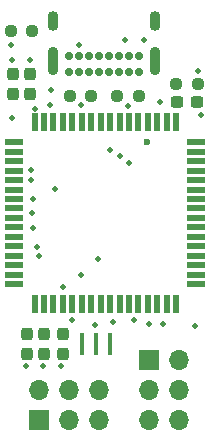
<source format=gts>
G04 #@! TF.GenerationSoftware,KiCad,Pcbnew,8.0.3*
G04 #@! TF.CreationDate,2024-06-18T14:47:19-04:00*
G04 #@! TF.ProjectId,SoarerMax,536f6172-6572-44d6-9178-2e6b69636164,rev?*
G04 #@! TF.SameCoordinates,Original*
G04 #@! TF.FileFunction,Soldermask,Top*
G04 #@! TF.FilePolarity,Negative*
%FSLAX46Y46*%
G04 Gerber Fmt 4.6, Leading zero omitted, Abs format (unit mm)*
G04 Created by KiCad (PCBNEW 8.0.3) date 2024-06-18 14:47:19*
%MOMM*%
%LPD*%
G01*
G04 APERTURE LIST*
G04 Aperture macros list*
%AMRoundRect*
0 Rectangle with rounded corners*
0 $1 Rounding radius*
0 $2 $3 $4 $5 $6 $7 $8 $9 X,Y pos of 4 corners*
0 Add a 4 corners polygon primitive as box body*
4,1,4,$2,$3,$4,$5,$6,$7,$8,$9,$2,$3,0*
0 Add four circle primitives for the rounded corners*
1,1,$1+$1,$2,$3*
1,1,$1+$1,$4,$5*
1,1,$1+$1,$6,$7*
1,1,$1+$1,$8,$9*
0 Add four rect primitives between the rounded corners*
20,1,$1+$1,$2,$3,$4,$5,0*
20,1,$1+$1,$4,$5,$6,$7,0*
20,1,$1+$1,$6,$7,$8,$9,0*
20,1,$1+$1,$8,$9,$2,$3,0*%
G04 Aperture macros list end*
%ADD10RoundRect,0.237500X0.250000X0.237500X-0.250000X0.237500X-0.250000X-0.237500X0.250000X-0.237500X0*%
%ADD11C,0.700000*%
%ADD12O,0.900000X2.400000*%
%ADD13O,0.900000X1.700000*%
%ADD14RoundRect,0.237500X0.300000X0.237500X-0.300000X0.237500X-0.300000X-0.237500X0.300000X-0.237500X0*%
%ADD15R,0.400000X1.900000*%
%ADD16RoundRect,0.237500X-0.237500X0.300000X-0.237500X-0.300000X0.237500X-0.300000X0.237500X0.300000X0*%
%ADD17RoundRect,0.237500X0.237500X-0.300000X0.237500X0.300000X-0.237500X0.300000X-0.237500X-0.300000X0*%
%ADD18R,1.700000X1.700000*%
%ADD19O,1.700000X1.700000*%
%ADD20R,1.500000X0.550000*%
%ADD21R,0.550000X1.500000*%
%ADD22RoundRect,0.237500X-0.250000X-0.237500X0.250000X-0.237500X0.250000X0.237500X-0.250000X0.237500X0*%
%ADD23C,0.600000*%
%ADD24C,0.500000*%
G04 APERTURE END LIST*
D10*
X147912500Y-89000000D03*
X146087500Y-89000000D03*
X142912500Y-83500000D03*
X141087500Y-83500000D03*
D11*
X151975000Y-87025000D03*
X151125000Y-87025000D03*
X150275000Y-87025000D03*
X149425000Y-87025000D03*
X148575000Y-87025000D03*
X147725000Y-87025000D03*
X146875000Y-87025000D03*
X146025000Y-87025000D03*
X146025000Y-85675000D03*
X146875000Y-85675000D03*
X147725000Y-85675000D03*
X148575000Y-85675000D03*
X149425000Y-85675000D03*
X150275000Y-85675000D03*
X151125000Y-85675000D03*
X151975000Y-85675000D03*
D12*
X153325000Y-86045000D03*
D13*
X153325000Y-82665000D03*
D12*
X144675000Y-86045000D03*
D13*
X144675000Y-82665000D03*
D14*
X156862500Y-89500000D03*
X155137500Y-89500000D03*
D15*
X149500000Y-110000000D03*
X148300000Y-110000000D03*
X147100000Y-110000000D03*
D16*
X142750000Y-87137500D03*
X142750000Y-88862500D03*
D17*
X145500000Y-110862500D03*
X145500000Y-109137500D03*
X143890000Y-110862500D03*
X143890000Y-109137500D03*
D18*
X143500000Y-116500000D03*
D19*
X143500000Y-113960000D03*
X146040000Y-116500000D03*
X146040000Y-113960000D03*
X148580000Y-116500000D03*
X148580000Y-113960000D03*
D20*
X141400000Y-92950000D03*
X141400000Y-93750000D03*
X141400000Y-94550000D03*
X141400000Y-95350000D03*
X141400000Y-96150000D03*
X141400000Y-96950000D03*
X141400000Y-97750000D03*
X141400000Y-98550000D03*
X141400000Y-99350000D03*
X141400000Y-100150000D03*
X141400000Y-100950000D03*
X141400000Y-101750000D03*
X141400000Y-102550000D03*
X141400000Y-103350000D03*
X141400000Y-104150000D03*
X141400000Y-104950000D03*
D21*
X143100000Y-106650000D03*
X143900000Y-106650000D03*
X144700000Y-106650000D03*
X145500000Y-106650000D03*
X146300000Y-106650000D03*
X147100000Y-106650000D03*
X147900000Y-106650000D03*
X148700000Y-106650000D03*
X149500000Y-106650000D03*
X150300000Y-106650000D03*
X151100000Y-106650000D03*
X151900000Y-106650000D03*
X152700000Y-106650000D03*
X153500000Y-106650000D03*
X154300000Y-106650000D03*
X155100000Y-106650000D03*
D20*
X156800000Y-104950000D03*
X156800000Y-104150000D03*
X156800000Y-103350000D03*
X156800000Y-102550000D03*
X156800000Y-101750000D03*
X156800000Y-100950000D03*
X156800000Y-100150000D03*
X156800000Y-99350000D03*
X156800000Y-98550000D03*
X156800000Y-97750000D03*
X156800000Y-96950000D03*
X156800000Y-96150000D03*
X156800000Y-95350000D03*
X156800000Y-94550000D03*
X156800000Y-93750000D03*
X156800000Y-92950000D03*
D21*
X155100000Y-91250000D03*
X154300000Y-91250000D03*
X153500000Y-91250000D03*
X152700000Y-91250000D03*
X151900000Y-91250000D03*
X151100000Y-91250000D03*
X150300000Y-91250000D03*
X149500000Y-91250000D03*
X148700000Y-91250000D03*
X147900000Y-91250000D03*
X147100000Y-91250000D03*
X146300000Y-91250000D03*
X145500000Y-91250000D03*
X144700000Y-91250000D03*
X143900000Y-91250000D03*
X143100000Y-91250000D03*
D17*
X142500000Y-110862500D03*
X142500000Y-109137500D03*
D22*
X155087500Y-88000000D03*
X156912500Y-88000000D03*
D16*
X141250000Y-87137500D03*
X141250000Y-88862500D03*
D10*
X151912500Y-89000000D03*
X150087500Y-89000000D03*
D18*
X152760000Y-111420000D03*
D19*
X155300000Y-111420000D03*
X152760000Y-113960000D03*
X155300000Y-113960000D03*
X152760000Y-116500000D03*
X155300000Y-116500000D03*
D23*
X152600000Y-92900000D03*
D24*
X153700000Y-89500000D03*
X143100000Y-90100000D03*
X142900000Y-98900000D03*
X146300000Y-108000000D03*
X150800000Y-84300000D03*
X146900000Y-84700000D03*
X144400000Y-89800000D03*
X141200000Y-86000000D03*
X156900000Y-86900000D03*
X142700000Y-86000000D03*
X147000000Y-104200000D03*
X142400000Y-111900000D03*
X144500000Y-88500000D03*
X143800000Y-111900000D03*
X145300000Y-111900000D03*
X141100000Y-84700000D03*
X148200000Y-108400000D03*
X157200000Y-90600000D03*
X144800000Y-96900000D03*
X152400000Y-84300000D03*
X151000000Y-89900000D03*
X142800000Y-96100000D03*
X142800000Y-95300000D03*
X147000000Y-89800000D03*
X142950000Y-97750000D03*
X141200000Y-90900000D03*
X149500000Y-93600000D03*
X156675000Y-108525000D03*
X143300000Y-101800000D03*
X149750000Y-108182820D03*
X150300000Y-94100000D03*
X143500000Y-102600000D03*
X152800000Y-108300000D03*
X154000000Y-108300000D03*
X148500000Y-102800000D03*
X143000000Y-100200000D03*
X151100000Y-94700000D03*
X145500000Y-105200000D03*
X151500000Y-108000000D03*
M02*

</source>
